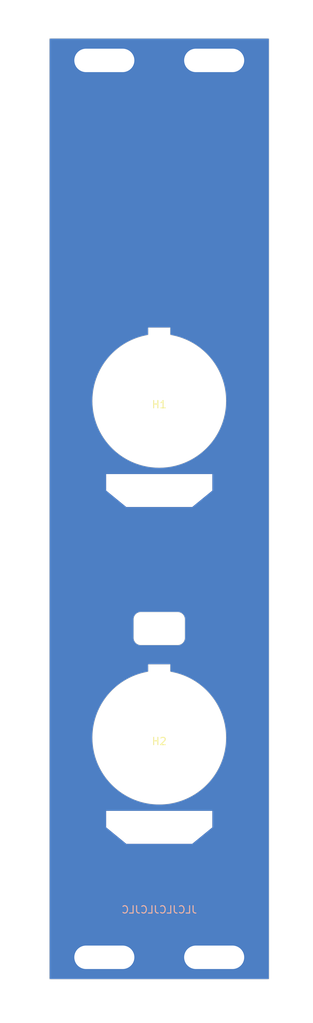
<source format=kicad_pcb>
(kicad_pcb (version 20221018) (generator pcbnew)
  (layers (0 "F.Cu" signal) (31 "B.Cu" signal) (34 "B.Paste" user) (35 "F.Paste" user) (36 "B.SilkS" user "B.Silkscreen") (37 "F.SilkS" user "F.Silkscreen") (38 "B.Mask" user) (39 "F.Mask" user) (44 "Edge.Cuts" user))
  (net 0 "")
  (net 2 "unconnected-(J2-Pin_1-Pad1)")
  (footprint "Custom_FP:DIN_Hole_Hirschmann" (layer "F.Cu") (at 90 135.5)
    (fp_text reference "H2" (at 0 0.5) (layer "F.SilkS"))
    (fp_text value "DIN_OUT")
  )
  (footprint "Custom_FP:Wide_M3" (layer "F.Cu") (at 97.5 165.5)
    (fp_text reference "J1" hide)
    (fp_text value "Screw_Terminal_01x01")
    (pad "1" thru_hole oval (at 0 0) (size 9.2 4.2) (drill oval 8.2 3.2) (layers "*.Cu" "*.Mask"))
  )
  (footprint "Custom_FP:Wide_M3" (layer "F.Cu") (at 97.5 43)
    (fp_text reference "J2" hide)
    (fp_text value "Screw_Terminal_01x01")
    (pad "1" thru_hole oval (at 0 0) (size 9.2 4.2) (drill oval 8.2 3.2) (layers "*.Cu" "*.Mask") (net 2 "unconnected-(J2-Pin_1-Pad1)"))
  )
  (footprint "Custom_FP:Wide_M3" (layer "F.Cu") (at 82.5 165.5)
    (fp_text reference "J3" hide)
    (fp_text value "Screw_Terminal_01x01")
    (pad "1" thru_hole oval (at 0 0) (size 9.2 4.2) (drill oval 8.2 3.2) (layers "*.Cu" "*.Mask"))
  )
  (footprint "Custom_FP:Wide_M3" (layer "F.Cu") (at 82.5 43)
    (fp_text reference "J4" hide)
    (fp_text value "Screw_Terminal_01x01")
    (pad "1" thru_hole oval (at 0 0) (size 9.2 4.2) (drill oval 8.2 3.2) (layers "*.Cu" "*.Mask"))
  )
  (footprint "Custom_FP:DIN_Hole_Hirschmann" (layer "F.Cu") (at 90 89.5)
    (fp_text reference "H1" (at 0 0.5) (layer "F.SilkS"))
    (fp_text value "DIN_IN")
  )
  (gr_line (start 91.5 79.5) (end 91.500001 80.500001) (stroke (width 0.05)) (layer "Edge.Cuts"))
  (gr_line (start 91.5 125.5) (end 91.500001 126.500001) (stroke (width 0.05)) (layer "Edge.Cuts"))
  (gr_line (start 87.5 118.35) (end 92.5 118.35) (stroke (width 0.05)) (layer "Edge.Cuts"))
  (gr_line (start 88.500001 80.500001) (end 88.5 79.5) (stroke (width 0.05)) (layer "Edge.Cuts"))
  (gr_line (start 88.5 125.5) (end 91.5 125.5) (stroke (width 0.05)) (layer "Edge.Cuts"))
  (gr_line (start 105 168.5) (end 105 40) (stroke (width 0.05)) (layer "Edge.Cuts"))
  (gr_line (start 75 40) (end 75 168.5) (stroke (width 0.05)) (layer "Edge.Cuts"))
  (gr_line (start 105 40) (end 75 40) (stroke (width 0.05)) (layer "Edge.Cuts"))
  (gr_line (start 93.5 119.35) (end 93.5 121.85) (stroke (width 0.05)) (layer "Edge.Cuts"))
  (gr_arc (start 86.5 119.35) (mid 86.792893 118.642893) (end 87.5 118.35) (stroke (width 0.05)) (layer "Edge.Cuts"))
  (gr_line (start 92.5 122.85) (end 87.5 122.85) (stroke (width 0.05)) (layer "Edge.Cuts"))
  (gr_line (start 88.5 79.5) (end 91.5 79.5) (stroke (width 0.05)) (layer "Edge.Cuts"))
  (gr_arc (start 93.5 121.85) (mid 93.207107 122.557107) (end 92.5 122.85) (stroke (width 0.05)) (layer "Edge.Cuts"))
  (gr_arc (start 92.5 118.35) (mid 93.207107 118.642893) (end 93.5 119.35) (stroke (width 0.05)) (layer "Edge.Cuts"))
  (gr_line (start 88.500001 126.500001) (end 88.5 125.5) (stroke (width 0.05)) (layer "Edge.Cuts"))
  (gr_line (start 86.5 121.85) (end 86.5 119.35) (stroke (width 0.05)) (layer "Edge.Cuts"))
  (gr_arc (start 91.500001 80.500001) (mid 89.999999 98.624143) (end 88.500001 80.500001) (stroke (width 0.05)) (layer "Edge.Cuts"))
  (gr_line (start 75 168.5) (end 105 168.5) (stroke (width 0.05)) (layer "Edge.Cuts"))
  (gr_arc (start 91.500001 126.500001) (mid 89.999999 144.624143) (end 88.500001 126.500001) (stroke (width 0.05)) (layer "Edge.Cuts"))
  (gr_arc (start 87.5 122.85) (mid 86.792893 122.557107) (end 86.5 121.85) (stroke (width 0.05)) (layer "Edge.Cuts"))
  (gr_text "JLCJLCJLCJLC" (at 90 159) (layer "B.SilkS") (effects (font (size 1 1)) (justify mirror)))
  (zone (net 2) (net_name "unconnected-(J2-Pin_1-Pad1)") (layer "F.Cu") (connect_pads yes (clearance 0.508)) (min_thickness 0.254) (fill yes (thermal_gap 0.508) (thermal_bridge_width 0.508))
    (polygon (pts (xy 111 152.5) (xy 110.5 174.5) (xy 71.75 174.5) (xy 68.25 34.75) (xy 110 36.75)))
  )
  (zone (net 0) (net_name "") (layers "F&B.Cu") (connect_pads (clearance 0)) (min_thickness 0.254)
    (keepout (tracks not_allowed) (vias not_allowed) (pads allowed) (copperpour not_allowed) (footprints allowed))
    (fill (thermal_gap 0.508) (thermal_bridge_width 0.508))
    (polygon (pts (xy 97.25 101.75) (xy 94.5 104) (xy 85.5 104) (xy 82.75 101.75) (xy 82.75 99.5) (xy 97.25 99.5)))
  )
  (zone (net 0) (net_name "") (layers "F&B.Cu") (connect_pads (clearance 0)) (min_thickness 0.254)
    (keepout (tracks not_allowed) (vias not_allowed) (pads allowed) (copperpour not_allowed) (footprints allowed))
    (fill (thermal_gap 0.508) (thermal_bridge_width 0.508))
    (polygon (pts (xy 97.25 147.75) (xy 94.5 150) (xy 85.5 150) (xy 82.75 147.75) (xy 82.75 145.5) (xy 97.25 145.5)))
  )
  (zone (net 2) (net_name "unconnected-(J2-Pin_1-Pad1)") (layer "B.Cu") (connect_pads yes (clearance 0.508)) (min_thickness 0.254) (fill yes (thermal_gap 0.508) (thermal_bridge_width 0.508))
    (polygon (pts (xy 110.75 48) (xy 108 171.5) (xy 71.75 172.5) (xy 72.25 37.75) (xy 109.25 37)))
  )
)
</source>
